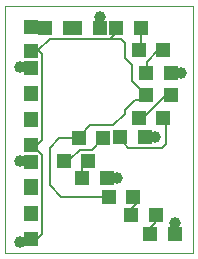
<source format=gtl>
G75*
%MOIN*%
%OFA0B0*%
%FSLAX24Y24*%
%IPPOS*%
%LPD*%
%AMOC8*
5,1,8,0,0,1.08239X$1,22.5*
%
%ADD10C,0.0000*%
%ADD11R,0.0472X0.0472*%
%ADD12C,0.0397*%
%ADD13C,0.0060*%
D10*
X002767Y002517D02*
X002767Y010742D01*
X009043Y010742D01*
X009043Y002517D01*
X002767Y002517D01*
D11*
X003642Y002978D03*
X003642Y003805D03*
X003642Y003853D03*
X006228Y004392D03*
X007055Y004392D03*
X006180Y005017D03*
X005353Y005017D03*
X003642Y004728D03*
X003642Y004680D03*
X006978Y003767D03*
X007805Y003767D03*
X007603Y003142D03*
X008430Y003142D03*
X005555Y005579D03*
X004728Y005579D03*
X003642Y005555D03*
X003642Y006103D03*
X005228Y006329D03*
X006055Y006329D03*
X006603Y006392D03*
X007430Y006392D03*
X007228Y007017D03*
X008055Y007017D03*
X008305Y007767D03*
X007478Y007767D03*
X007478Y008517D03*
X008305Y008517D03*
X008055Y009267D03*
X007228Y009267D03*
X007305Y010017D03*
X006478Y010017D03*
X005930Y010017D03*
X005103Y010017D03*
X004930Y010017D03*
X004103Y010017D03*
X003642Y010055D03*
X003642Y009228D03*
X003642Y008680D03*
X003642Y007853D03*
X003642Y007805D03*
X003642Y006978D03*
X003642Y006930D03*
D12*
X007767Y006392D03*
X003267Y005579D03*
X006517Y005017D03*
X008454Y003517D03*
X003267Y002892D03*
X008642Y008517D03*
X003267Y008704D03*
X005954Y010392D03*
D13*
X005930Y010392D01*
X005930Y010017D01*
X006267Y009642D02*
X006478Y009853D01*
X006478Y010017D01*
X007305Y010017D02*
X007305Y009343D01*
X007228Y009267D01*
X007517Y008892D02*
X007892Y009267D01*
X008055Y009267D01*
X007517Y008892D02*
X007517Y008555D01*
X007478Y008517D01*
X007017Y008767D02*
X007017Y008228D01*
X007478Y007767D01*
X007478Y007603D01*
X007103Y007603D01*
X006767Y007267D01*
X006767Y007142D01*
X006392Y006767D01*
X005603Y006767D01*
X005228Y006392D01*
X005228Y006329D01*
X004579Y006329D01*
X004267Y006017D01*
X004267Y004767D01*
X004642Y004392D01*
X006228Y004392D01*
X007055Y004392D02*
X007142Y004430D01*
X007142Y004142D01*
X006978Y003978D01*
X006978Y003767D01*
X007603Y003353D02*
X007767Y003517D01*
X007767Y003853D01*
X007805Y003767D01*
X008454Y003517D02*
X008454Y003291D01*
X008430Y003142D01*
X007603Y003142D02*
X007603Y003353D01*
X004017Y003142D02*
X003853Y002978D01*
X003642Y002978D01*
X003642Y002892D01*
X003267Y002892D01*
X004017Y003142D02*
X004017Y005791D01*
X003704Y006103D01*
X003642Y006103D01*
X003853Y006103D01*
X004017Y006267D01*
X004017Y009142D01*
X003892Y009267D01*
X004267Y009642D01*
X006267Y009642D01*
X006642Y009642D01*
X006767Y009517D01*
X006767Y009017D01*
X007017Y008767D01*
X008305Y008517D02*
X008642Y008517D01*
X008305Y007767D02*
X008142Y007767D01*
X007478Y007103D01*
X007228Y007017D01*
X008055Y007017D02*
X008142Y006930D01*
X008142Y006142D01*
X008017Y006017D01*
X006892Y006017D01*
X006728Y006180D01*
X006603Y006392D01*
X006055Y006329D02*
X005680Y005954D01*
X005267Y005954D01*
X004954Y005642D01*
X004728Y005579D01*
X005353Y005440D02*
X005555Y005579D01*
X005353Y005440D02*
X005353Y005017D01*
X006180Y005017D02*
X006517Y005017D01*
X003642Y005555D02*
X003642Y005579D01*
X003267Y005579D01*
X007430Y006392D02*
X007767Y006392D01*
X003642Y008680D02*
X003642Y008704D01*
X003267Y008704D01*
X003642Y009228D02*
X003680Y009267D01*
X003892Y009267D01*
X004103Y010017D02*
X003680Y010017D01*
X003642Y010055D01*
M02*

</source>
